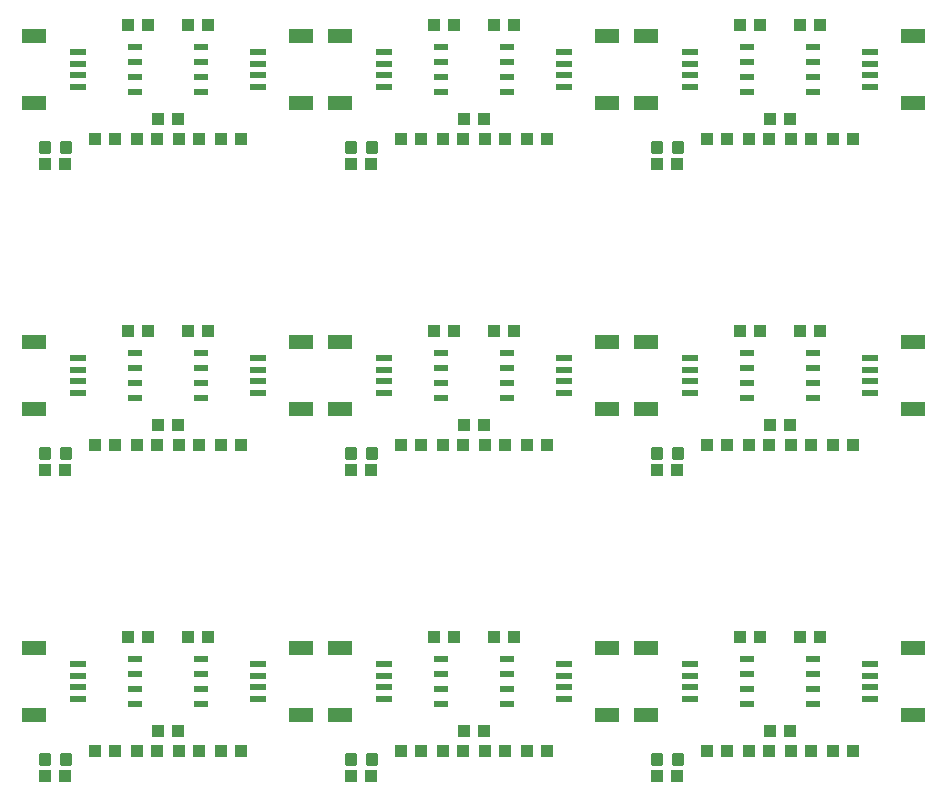
<source format=gtp>
G75*
%MOIN*%
%OFA0B0*%
%FSLAX25Y25*%
%IPPOS*%
%LPD*%
%AMOC8*
5,1,8,0,0,1.08239X$1,22.5*
%
%ADD10R,0.04331X0.03937*%
%ADD11R,0.07874X0.04724*%
%ADD12R,0.05315X0.02362*%
%ADD13C,0.01181*%
%ADD14R,0.04724X0.02362*%
D10*
X0037904Y0047250D03*
X0044596Y0047250D03*
X0054404Y0055750D03*
X0061096Y0055750D03*
X0068404Y0055750D03*
X0075096Y0055750D03*
X0082404Y0055750D03*
X0082096Y0062250D03*
X0075404Y0062250D03*
X0089096Y0055750D03*
X0096404Y0055750D03*
X0103096Y0055750D03*
X0139904Y0047250D03*
X0146596Y0047250D03*
X0156404Y0055750D03*
X0163096Y0055750D03*
X0170404Y0055750D03*
X0177096Y0055750D03*
X0177404Y0062250D03*
X0184096Y0062250D03*
X0184404Y0055750D03*
X0191096Y0055750D03*
X0198404Y0055750D03*
X0205096Y0055750D03*
X0241904Y0047250D03*
X0248596Y0047250D03*
X0258404Y0055750D03*
X0265096Y0055750D03*
X0272404Y0055750D03*
X0279096Y0055750D03*
X0286404Y0055750D03*
X0286096Y0062250D03*
X0279404Y0062250D03*
X0293096Y0055750D03*
X0300404Y0055750D03*
X0307096Y0055750D03*
X0296096Y0093750D03*
X0289404Y0093750D03*
X0276096Y0093750D03*
X0269404Y0093750D03*
X0248596Y0149250D03*
X0241904Y0149250D03*
X0258404Y0157750D03*
X0265096Y0157750D03*
X0272404Y0157750D03*
X0279096Y0157750D03*
X0279404Y0164250D03*
X0286096Y0164250D03*
X0286404Y0157750D03*
X0293096Y0157750D03*
X0300404Y0157750D03*
X0307096Y0157750D03*
X0296096Y0195750D03*
X0289404Y0195750D03*
X0276096Y0195750D03*
X0269404Y0195750D03*
X0248596Y0251250D03*
X0241904Y0251250D03*
X0258404Y0259750D03*
X0265096Y0259750D03*
X0272404Y0259750D03*
X0279096Y0259750D03*
X0286404Y0259750D03*
X0286096Y0266250D03*
X0279404Y0266250D03*
X0293096Y0259750D03*
X0300404Y0259750D03*
X0307096Y0259750D03*
X0296096Y0297750D03*
X0289404Y0297750D03*
X0276096Y0297750D03*
X0269404Y0297750D03*
X0205096Y0259750D03*
X0198404Y0259750D03*
X0191096Y0259750D03*
X0184404Y0259750D03*
X0184096Y0266250D03*
X0177404Y0266250D03*
X0177096Y0259750D03*
X0170404Y0259750D03*
X0163096Y0259750D03*
X0156404Y0259750D03*
X0146596Y0251250D03*
X0139904Y0251250D03*
X0103096Y0259750D03*
X0096404Y0259750D03*
X0089096Y0259750D03*
X0082404Y0259750D03*
X0075096Y0259750D03*
X0075404Y0266250D03*
X0082096Y0266250D03*
X0068404Y0259750D03*
X0061096Y0259750D03*
X0054404Y0259750D03*
X0044596Y0251250D03*
X0037904Y0251250D03*
X0065404Y0297750D03*
X0072096Y0297750D03*
X0085404Y0297750D03*
X0092096Y0297750D03*
X0167404Y0297750D03*
X0174096Y0297750D03*
X0187404Y0297750D03*
X0194096Y0297750D03*
X0194096Y0195750D03*
X0187404Y0195750D03*
X0174096Y0195750D03*
X0167404Y0195750D03*
X0177404Y0164250D03*
X0177096Y0157750D03*
X0170404Y0157750D03*
X0163096Y0157750D03*
X0156404Y0157750D03*
X0146596Y0149250D03*
X0139904Y0149250D03*
X0103096Y0157750D03*
X0096404Y0157750D03*
X0089096Y0157750D03*
X0082404Y0157750D03*
X0082096Y0164250D03*
X0075404Y0164250D03*
X0075096Y0157750D03*
X0068404Y0157750D03*
X0061096Y0157750D03*
X0054404Y0157750D03*
X0044596Y0149250D03*
X0037904Y0149250D03*
X0065404Y0195750D03*
X0072096Y0195750D03*
X0085404Y0195750D03*
X0092096Y0195750D03*
X0184096Y0164250D03*
X0184404Y0157750D03*
X0191096Y0157750D03*
X0198404Y0157750D03*
X0205096Y0157750D03*
X0194096Y0093750D03*
X0187404Y0093750D03*
X0174096Y0093750D03*
X0167404Y0093750D03*
X0092096Y0093750D03*
X0085404Y0093750D03*
X0072096Y0093750D03*
X0065404Y0093750D03*
D11*
X0034281Y0089774D03*
X0034281Y0067726D03*
X0123219Y0067726D03*
X0136281Y0067726D03*
X0136281Y0089774D03*
X0123219Y0089774D03*
X0123219Y0169726D03*
X0136281Y0169726D03*
X0136281Y0191774D03*
X0123219Y0191774D03*
X0123219Y0271726D03*
X0136281Y0271726D03*
X0136281Y0293774D03*
X0123219Y0293774D03*
X0034281Y0293774D03*
X0034281Y0271726D03*
X0034281Y0191774D03*
X0034281Y0169726D03*
X0225219Y0169726D03*
X0238281Y0169726D03*
X0238281Y0191774D03*
X0225219Y0191774D03*
X0225219Y0271726D03*
X0238281Y0271726D03*
X0238281Y0293774D03*
X0225219Y0293774D03*
X0327219Y0293774D03*
X0327219Y0271726D03*
X0327219Y0191774D03*
X0327219Y0169726D03*
X0327219Y0089774D03*
X0327219Y0067726D03*
X0238281Y0067726D03*
X0225219Y0067726D03*
X0225219Y0089774D03*
X0238281Y0089774D03*
D12*
X0252750Y0084656D03*
X0252750Y0080719D03*
X0252750Y0076781D03*
X0252750Y0072844D03*
X0210750Y0072844D03*
X0210750Y0076781D03*
X0210750Y0080719D03*
X0210750Y0084656D03*
X0150750Y0084656D03*
X0150750Y0080719D03*
X0150750Y0076781D03*
X0150750Y0072844D03*
X0108750Y0072844D03*
X0108750Y0076781D03*
X0108750Y0080719D03*
X0108750Y0084656D03*
X0048750Y0084656D03*
X0048750Y0080719D03*
X0048750Y0076781D03*
X0048750Y0072844D03*
X0048750Y0174844D03*
X0048750Y0178781D03*
X0048750Y0182719D03*
X0048750Y0186656D03*
X0108750Y0186656D03*
X0108750Y0182719D03*
X0108750Y0178781D03*
X0108750Y0174844D03*
X0150750Y0174844D03*
X0150750Y0178781D03*
X0150750Y0182719D03*
X0150750Y0186656D03*
X0210750Y0186656D03*
X0210750Y0182719D03*
X0210750Y0178781D03*
X0210750Y0174844D03*
X0252750Y0174844D03*
X0252750Y0178781D03*
X0252750Y0182719D03*
X0252750Y0186656D03*
X0312750Y0186656D03*
X0312750Y0182719D03*
X0312750Y0178781D03*
X0312750Y0174844D03*
X0312750Y0084656D03*
X0312750Y0080719D03*
X0312750Y0076781D03*
X0312750Y0072844D03*
X0312750Y0276844D03*
X0312750Y0280781D03*
X0312750Y0284719D03*
X0312750Y0288656D03*
X0252750Y0288656D03*
X0252750Y0284719D03*
X0252750Y0280781D03*
X0252750Y0276844D03*
X0210750Y0276844D03*
X0210750Y0280781D03*
X0210750Y0284719D03*
X0210750Y0288656D03*
X0150750Y0288656D03*
X0150750Y0284719D03*
X0150750Y0280781D03*
X0150750Y0276844D03*
X0108750Y0276844D03*
X0108750Y0280781D03*
X0108750Y0284719D03*
X0108750Y0288656D03*
X0048750Y0288656D03*
X0048750Y0284719D03*
X0048750Y0280781D03*
X0048750Y0276844D03*
D13*
X0043325Y0258128D02*
X0043325Y0255372D01*
X0043325Y0258128D02*
X0046081Y0258128D01*
X0046081Y0255372D01*
X0043325Y0255372D01*
X0043325Y0256552D02*
X0046081Y0256552D01*
X0046081Y0257732D02*
X0043325Y0257732D01*
X0036419Y0258128D02*
X0036419Y0255372D01*
X0036419Y0258128D02*
X0039175Y0258128D01*
X0039175Y0255372D01*
X0036419Y0255372D01*
X0036419Y0256552D02*
X0039175Y0256552D01*
X0039175Y0257732D02*
X0036419Y0257732D01*
X0138419Y0258128D02*
X0138419Y0255372D01*
X0138419Y0258128D02*
X0141175Y0258128D01*
X0141175Y0255372D01*
X0138419Y0255372D01*
X0138419Y0256552D02*
X0141175Y0256552D01*
X0141175Y0257732D02*
X0138419Y0257732D01*
X0145325Y0258128D02*
X0145325Y0255372D01*
X0145325Y0258128D02*
X0148081Y0258128D01*
X0148081Y0255372D01*
X0145325Y0255372D01*
X0145325Y0256552D02*
X0148081Y0256552D01*
X0148081Y0257732D02*
X0145325Y0257732D01*
X0240419Y0258128D02*
X0240419Y0255372D01*
X0240419Y0258128D02*
X0243175Y0258128D01*
X0243175Y0255372D01*
X0240419Y0255372D01*
X0240419Y0256552D02*
X0243175Y0256552D01*
X0243175Y0257732D02*
X0240419Y0257732D01*
X0247325Y0258128D02*
X0247325Y0255372D01*
X0247325Y0258128D02*
X0250081Y0258128D01*
X0250081Y0255372D01*
X0247325Y0255372D01*
X0247325Y0256552D02*
X0250081Y0256552D01*
X0250081Y0257732D02*
X0247325Y0257732D01*
X0247325Y0156128D02*
X0247325Y0153372D01*
X0247325Y0156128D02*
X0250081Y0156128D01*
X0250081Y0153372D01*
X0247325Y0153372D01*
X0247325Y0154552D02*
X0250081Y0154552D01*
X0250081Y0155732D02*
X0247325Y0155732D01*
X0240419Y0156128D02*
X0240419Y0153372D01*
X0240419Y0156128D02*
X0243175Y0156128D01*
X0243175Y0153372D01*
X0240419Y0153372D01*
X0240419Y0154552D02*
X0243175Y0154552D01*
X0243175Y0155732D02*
X0240419Y0155732D01*
X0145325Y0156128D02*
X0145325Y0153372D01*
X0145325Y0156128D02*
X0148081Y0156128D01*
X0148081Y0153372D01*
X0145325Y0153372D01*
X0145325Y0154552D02*
X0148081Y0154552D01*
X0148081Y0155732D02*
X0145325Y0155732D01*
X0138419Y0156128D02*
X0138419Y0153372D01*
X0138419Y0156128D02*
X0141175Y0156128D01*
X0141175Y0153372D01*
X0138419Y0153372D01*
X0138419Y0154552D02*
X0141175Y0154552D01*
X0141175Y0155732D02*
X0138419Y0155732D01*
X0043325Y0156128D02*
X0043325Y0153372D01*
X0043325Y0156128D02*
X0046081Y0156128D01*
X0046081Y0153372D01*
X0043325Y0153372D01*
X0043325Y0154552D02*
X0046081Y0154552D01*
X0046081Y0155732D02*
X0043325Y0155732D01*
X0036419Y0156128D02*
X0036419Y0153372D01*
X0036419Y0156128D02*
X0039175Y0156128D01*
X0039175Y0153372D01*
X0036419Y0153372D01*
X0036419Y0154552D02*
X0039175Y0154552D01*
X0039175Y0155732D02*
X0036419Y0155732D01*
X0036419Y0054128D02*
X0036419Y0051372D01*
X0036419Y0054128D02*
X0039175Y0054128D01*
X0039175Y0051372D01*
X0036419Y0051372D01*
X0036419Y0052552D02*
X0039175Y0052552D01*
X0039175Y0053732D02*
X0036419Y0053732D01*
X0043325Y0054128D02*
X0043325Y0051372D01*
X0043325Y0054128D02*
X0046081Y0054128D01*
X0046081Y0051372D01*
X0043325Y0051372D01*
X0043325Y0052552D02*
X0046081Y0052552D01*
X0046081Y0053732D02*
X0043325Y0053732D01*
X0138419Y0054128D02*
X0138419Y0051372D01*
X0138419Y0054128D02*
X0141175Y0054128D01*
X0141175Y0051372D01*
X0138419Y0051372D01*
X0138419Y0052552D02*
X0141175Y0052552D01*
X0141175Y0053732D02*
X0138419Y0053732D01*
X0145325Y0054128D02*
X0145325Y0051372D01*
X0145325Y0054128D02*
X0148081Y0054128D01*
X0148081Y0051372D01*
X0145325Y0051372D01*
X0145325Y0052552D02*
X0148081Y0052552D01*
X0148081Y0053732D02*
X0145325Y0053732D01*
X0240419Y0054128D02*
X0240419Y0051372D01*
X0240419Y0054128D02*
X0243175Y0054128D01*
X0243175Y0051372D01*
X0240419Y0051372D01*
X0240419Y0052552D02*
X0243175Y0052552D01*
X0243175Y0053732D02*
X0240419Y0053732D01*
X0247325Y0054128D02*
X0247325Y0051372D01*
X0247325Y0054128D02*
X0250081Y0054128D01*
X0250081Y0051372D01*
X0247325Y0051372D01*
X0247325Y0052552D02*
X0250081Y0052552D01*
X0250081Y0053732D02*
X0247325Y0053732D01*
D14*
X0271726Y0071250D03*
X0271726Y0076250D03*
X0271726Y0081250D03*
X0271726Y0086250D03*
X0293774Y0086250D03*
X0293774Y0081250D03*
X0293774Y0076250D03*
X0293774Y0071250D03*
X0191774Y0071250D03*
X0191774Y0076250D03*
X0191774Y0081250D03*
X0191774Y0086250D03*
X0169726Y0086250D03*
X0169726Y0081250D03*
X0169726Y0076250D03*
X0169726Y0071250D03*
X0089774Y0071250D03*
X0089774Y0076250D03*
X0089774Y0081250D03*
X0089774Y0086250D03*
X0067726Y0086250D03*
X0067726Y0081250D03*
X0067726Y0076250D03*
X0067726Y0071250D03*
X0067726Y0173250D03*
X0067726Y0178250D03*
X0067726Y0183250D03*
X0067726Y0188250D03*
X0089774Y0188250D03*
X0089774Y0183250D03*
X0089774Y0178250D03*
X0089774Y0173250D03*
X0169726Y0173250D03*
X0169726Y0178250D03*
X0169726Y0183250D03*
X0169726Y0188250D03*
X0191774Y0188250D03*
X0191774Y0183250D03*
X0191774Y0178250D03*
X0191774Y0173250D03*
X0271726Y0173250D03*
X0271726Y0178250D03*
X0271726Y0183250D03*
X0271726Y0188250D03*
X0293774Y0188250D03*
X0293774Y0183250D03*
X0293774Y0178250D03*
X0293774Y0173250D03*
X0293774Y0275250D03*
X0293774Y0280250D03*
X0293774Y0285250D03*
X0293774Y0290250D03*
X0271726Y0290250D03*
X0271726Y0285250D03*
X0271726Y0280250D03*
X0271726Y0275250D03*
X0191774Y0275250D03*
X0191774Y0280250D03*
X0191774Y0285250D03*
X0191774Y0290250D03*
X0169726Y0290250D03*
X0169726Y0285250D03*
X0169726Y0280250D03*
X0169726Y0275250D03*
X0089774Y0275250D03*
X0089774Y0280250D03*
X0089774Y0285250D03*
X0089774Y0290250D03*
X0067726Y0290250D03*
X0067726Y0285250D03*
X0067726Y0280250D03*
X0067726Y0275250D03*
M02*

</source>
